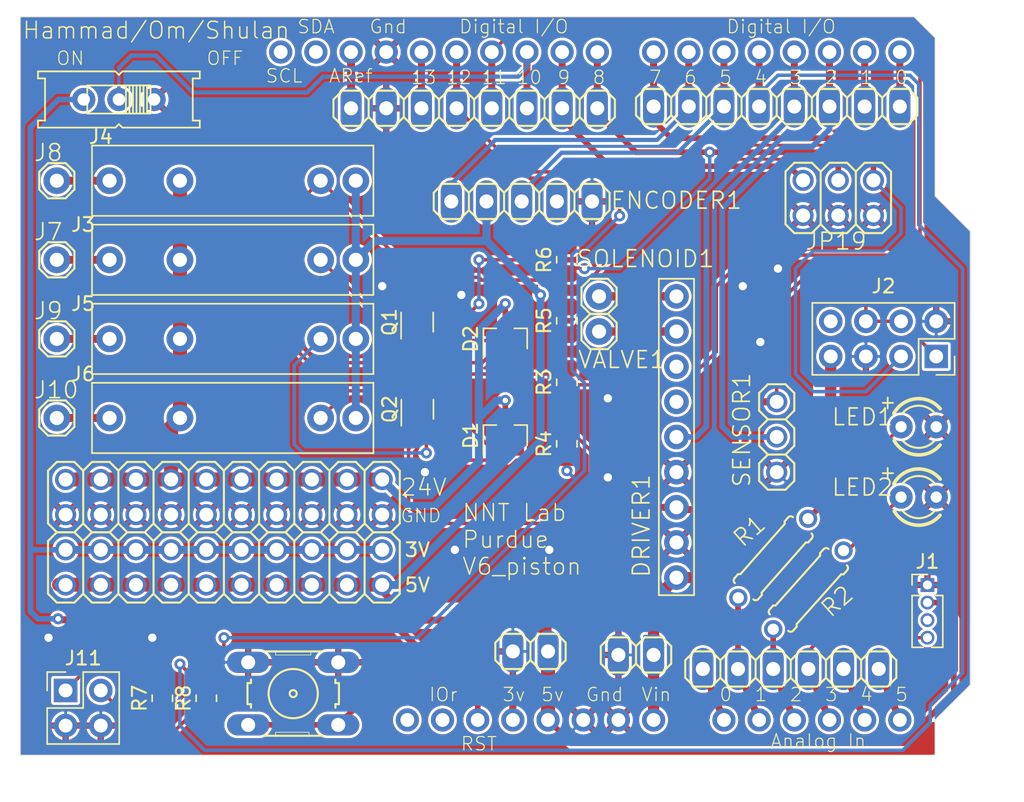
<source format=kicad_pcb>
(kicad_pcb (version 20171130) (host pcbnew "(5.1.10)-1")
  (layers (0 Top signal) (31 Bottom signal) (34 B.Paste user) (35 F.Paste user) (36 B.SilkS user) (37 F.SilkS user) (38 B.Mask user) (39 F.Mask user) (44 Edge.Cuts user))
  (net 0 "")
  (net 1 VCC)
  (net 2 12V)
  (net 3 GND)
  (net 4 D8)
  (net 5 D7)
  (net 6 /RESET)
  (net 7 /A5)
  (net 8 /A4)
  (net 9 /A3)
  (net 10 /A2)
  (net 11 /A1)
  (net 12 /AREF)
  (net 13 /SCK)
  (net 14 /RECORD)
  (net 15 /B)
  (net 16 /A)
  (net 17 /D2)
  (net 18 /D3)
  (net 19 /A0)
  (net 20 "Net-(LED1-PadA)")
  (net 21 "Net-(LED2-PadA)")
  (net 22 "Net-(DRIVER1-Pad9)")
  (net 23 "Net-(DRIVER1-Pad8)")
  (net 24 MISO)
  (net 25 MOSI)
  (net 26 /D1)
  (net 27 /D0)
  (net 28 D9)
  (net 29 3V)
  (net 30 VDD_24V)
  (net 31 "Net-(J3-Pad4)")
  (net 32 "Net-(J4-Pad4)")
  (net 33 "Net-(J5-Pad4)")
  (net 34 "Net-(J10-Pad1)")
  (net 35 "Net-(D1-Pad2)")
  (net 36 "Net-(D1-Pad1)")
  (net 37 "Net-(D2-Pad1)")
  (net 38 "Net-(D2-Pad2)")
  (net 39 "Net-(Q1-Pad5)")
  (net 40 "Net-(Q1-Pad2)")
  (net 41 "Net-(Q2-Pad2)")
  (net 42 "Net-(Q2-Pad5)")
  (net 43 "Net-(J11-Pad1)")
  (net 44 "Net-(J11-Pad2)")
  (net 45 CS)
  (module Arduino_shield:ARDUINOR3 (layer Top) (at 114.2111 131.6736)
    (fp_text reference U1 hide)
    (fp_text value ARDUINOR3-DIMENSION hide)
    (fp_line (start 0 -53.34) (end 0 0) (layer Edge.Cuts) (width 0.05))
    (fp_line (start 64.516 -53.34) (end 0 -53.34) (layer Edge.Cuts) (width 0.05))
    (fp_line (start 66.04 -51.816) (end 64.516 -53.34) (layer Edge.Cuts) (width 0.05))
    (fp_line (start 66.04 -40.386) (end 66.04 -51.816) (layer Edge.Cuts) (width 0.05))
    (fp_line (start 68.58 -37.846) (end 66.04 -40.386) (layer Edge.Cuts) (width 0.05))
    (fp_line (start 68.58 -5.08) (end 68.58 -37.846) (layer Edge.Cuts) (width 0.05))
    (fp_line (start 66.04 -2.54) (end 68.58 -5.08) (layer Edge.Cuts) (width 0.05))
    (fp_line (start 66.04 0) (end 66.04 -2.54) (layer Edge.Cuts) (width 0.05))
    (fp_line (start 0 0) (end 66.04 0) (layer Edge.Cuts) (width 0.05))
    (fp_text user IOr (at 29.4539 -3.81) (layer F.SilkS) (effects (font (size 0.9652 0.9652) (thickness 0.08128)) (justify left bottom)))
    (fp_text user SDA (at 19.939 -52.07) (layer F.SilkS) (effects (font (size 0.9652 0.9652) (thickness 0.08128)) (justify left bottom)))
    (fp_text user SCL (at 17.653 -48.514) (layer F.SilkS) (effects (font (size 0.9652 0.9652) (thickness 0.08128)) (justify left bottom)))
    (fp_text user "Digital I/O" (at 50.927 -52.07) (layer F.SilkS) (effects (font (size 0.9652 0.9652) (thickness 0.08128)) (justify left bottom)))
    (fp_text user "Digital I/O" (at 31.623 -52.07) (layer F.SilkS) (effects (font (size 0.9652 0.9652) (thickness 0.08128)) (justify left bottom)))
    (fp_text user 0 (at 64.135 -49.53) (layer F.SilkS) (effects (font (size 0.9652 0.9652) (thickness 0.08128)) (justify right top)))
    (fp_text user 1 (at 61.595 -49.53) (layer F.SilkS) (effects (font (size 0.9652 0.9652) (thickness 0.08128)) (justify right top)))
    (fp_text user 2 (at 59.055 -49.53) (layer F.SilkS) (effects (font (size 0.9652 0.9652) (thickness 0.08128)) (justify right top)))
    (fp_text user 3 (at 56.515 -49.53) (layer F.SilkS) (effects (font (size 0.9652 0.9652) (thickness 0.08128)) (justify right top)))
    (fp_text user 4 (at 53.975 -49.53) (layer F.SilkS) (effects (font (size 0.9652 0.9652) (thickness 0.08128)) (justify right top)))
    (fp_text user 5 (at 51.435 -49.53) (layer F.SilkS) (effects (font (size 0.9652 0.9652) (thickness 0.08128)) (justify right top)))
    (fp_text user 6 (at 48.895 -49.53) (layer F.SilkS) (effects (font (size 0.9652 0.9652) (thickness 0.08128)) (justify right top)))
    (fp_text user 7 (at 46.355 -49.53) (layer F.SilkS) (effects (font (size 0.9652 0.9652) (thickness 0.08128)) (justify right top)))
    (fp_text user 8 (at 42.291 -49.53) (layer F.SilkS) (effects (font (size 0.9652 0.9652) (thickness 0.08128)) (justify right top)))
    (fp_text user 9 (at 39.751 -49.53) (layer F.SilkS) (effects (font (size 0.9652 0.9652) (thickness 0.08128)) (justify right top)))
    (fp_text user 10 (at 37.719 -49.53) (layer F.SilkS) (effects (font (size 0.9652 0.9652) (thickness 0.08128)) (justify right top)))
    (fp_text user 11 (at 35.179 -49.53) (layer F.SilkS) (effects (font (size 0.9652 0.9652) (thickness 0.08128)) (justify right top)))
    (fp_text user 12 (at 32.639 -49.53) (layer F.SilkS) (effects (font (size 0.9652 0.9652) (thickness 0.08128)) (justify right top)))
    (fp_text user 13 (at 30.099 -49.53) (layer F.SilkS) (effects (font (size 0.9652 0.9652) (thickness 0.08128)) (justify right top)))
    (fp_text user Gnd (at 25.146 -52.07) (layer F.SilkS) (effects (font (size 0.9652 0.9652) (thickness 0.08128)) (justify left bottom)))
    (fp_text user ARef (at 22.225 -48.514) (layer F.SilkS) (effects (font (size 0.9652 0.9652) (thickness 0.08128)) (justify left bottom)))
    (fp_text user 5 (at 63.119 -3.81) (layer F.SilkS) (effects (font (size 0.9652 0.9652) (thickness 0.08128)) (justify left bottom)))
    (fp_text user 4 (at 60.579 -3.81) (layer F.SilkS) (effects (font (size 0.9652 0.9652) (thickness 0.08128)) (justify left bottom)))
    (fp_text user 3 (at 58.039 -3.81) (layer F.SilkS) (effects (font (size 0.9652 0.9652) (thickness 0.08128)) (justify left bottom)))
    (fp_text user 2 (at 55.499 -3.81) (layer F.SilkS) (effects (font (size 0.9652 0.9652) (thickness 0.08128)) (justify left bottom)))
    (fp_text user 1 (at 52.959 -3.81) (layer F.SilkS) (effects (font (size 0.9652 0.9652) (thickness 0.08128)) (justify left bottom)))
    (fp_text user 0 (at 50.419 -3.81) (layer F.SilkS) (effects (font (size 0.9652 0.9652) (thickness 0.08128)) (justify left bottom)))
    (fp_text user "Analog In" (at 54.1121 -0.4623) (layer F.SilkS) (effects (font (size 0.9652 0.9652) (thickness 0.08128)) (justify left bottom)))
    (fp_text user Vin (at 44.7853 -3.81) (layer F.SilkS) (effects (font (size 0.9652 0.9652) (thickness 0.08128)) (justify left bottom)))
    (fp_text user Gnd (at 40.7771 -3.81) (layer F.SilkS) (effects (font (size 0.9652 0.9652) (thickness 0.08128)) (justify left bottom)))
    (fp_text user 5v (at 37.5463 -3.81) (layer F.SilkS) (effects (font (size 0.9652 0.9652) (thickness 0.08128)) (justify left bottom)))
    (fp_text user 3v (at 34.7523 -3.81) (layer F.SilkS) (effects (font (size 0.9652 0.9652) (thickness 0.08128)) (justify left bottom)))
    (fp_text user RST (at 31.7399 -0.254) (layer F.SilkS) (effects (font (size 0.9652 0.9652) (thickness 0.08128)) (justify left bottom)))
    (pad RESERVED thru_hole circle (at 27.94 -2.54) (size 1.6764 1.6764) (drill 1) (layers *.Cu *.Mask))
    (pad IOREF thru_hole circle (at 30.48 -2.54) (size 1.6764 1.6764) (drill 1) (layers *.Cu *.Mask))
    (pad SCL thru_hole circle (at 18.796 -50.8) (size 1.6764 1.6764) (drill 1) (layers *.Cu *.Mask))
    (pad SDA thru_hole circle (at 21.336 -50.8) (size 1.6764 1.6764) (drill 1) (layers *.Cu *.Mask))
    (pad RESET thru_hole circle (at 33.02 -2.54) (size 1.6764 1.6764) (drill 1) (layers *.Cu *.Mask) (net 6 /RESET))
    (pad 3V thru_hole circle (at 35.56 -2.54) (size 1.6764 1.6764) (drill 1) (layers *.Cu *.Mask) (net 29 3V))
    (pad 5V thru_hole circle (at 38.1 -2.54) (size 1.6764 1.6764) (drill 1) (layers *.Cu *.Mask) (net 1 VCC))
    (pad GND2 thru_hole circle (at 40.64 -2.54) (size 1.6764 1.6764) (drill 1) (layers *.Cu *.Mask) (net 3 GND))
    (pad GND1 thru_hole circle (at 43.18 -2.54) (size 1.6764 1.6764) (drill 1) (layers *.Cu *.Mask) (net 3 GND))
    (pad VIN thru_hole circle (at 45.72 -2.54) (size 1.6764 1.6764) (drill 1) (layers *.Cu *.Mask) (net 2 12V))
    (pad A5 thru_hole circle (at 63.5 -2.54) (size 1.6764 1.6764) (drill 1) (layers *.Cu *.Mask) (net 7 /A5))
    (pad A4 thru_hole circle (at 60.96 -2.54) (size 1.6764 1.6764) (drill 1) (layers *.Cu *.Mask) (net 8 /A4))
    (pad A3 thru_hole circle (at 58.42 -2.54) (size 1.6764 1.6764) (drill 1) (layers *.Cu *.Mask) (net 9 /A3))
    (pad A2 thru_hole circle (at 55.88 -2.54) (size 1.6764 1.6764) (drill 1) (layers *.Cu *.Mask) (net 10 /A2))
    (pad A1 thru_hole circle (at 53.34 -2.54) (size 1.6764 1.6764) (drill 1) (layers *.Cu *.Mask) (net 11 /A1))
    (pad AREF thru_hole circle (at 23.876 -50.8) (size 1.6764 1.6764) (drill 1) (layers *.Cu *.Mask) (net 12 /AREF))
    (pad GND thru_hole circle (at 26.416 -50.8) (size 1.6764 1.6764) (drill 1) (layers *.Cu *.Mask) (net 3 GND))
    (pad D13 thru_hole circle (at 28.956 -50.8) (size 1.6764 1.6764) (drill 1) (layers *.Cu *.Mask) (net 13 /SCK))
    (pad D12 thru_hole circle (at 31.496 -50.8) (size 1.6764 1.6764) (drill 1) (layers *.Cu *.Mask) (net 24 MISO))
    (pad D11 thru_hole circle (at 34.036 -50.8) (size 1.6764 1.6764) (drill 1) (layers *.Cu *.Mask) (net 25 MOSI))
    (pad D10 thru_hole circle (at 36.576 -50.8) (size 1.6764 1.6764) (drill 1) (layers *.Cu *.Mask) (net 14 /RECORD))
    (pad D9 thru_hole circle (at 39.116 -50.8) (size 1.6764 1.6764) (drill 1) (layers *.Cu *.Mask) (net 28 D9))
    (pad D8 thru_hole circle (at 41.656 -50.8) (size 1.6764 1.6764) (drill 1) (layers *.Cu *.Mask) (net 4 D8))
    (pad D7 thru_hole circle (at 45.72 -50.8) (size 1.6764 1.6764) (drill 1) (layers *.Cu *.Mask) (net 5 D7))
    (pad D6 thru_hole circle (at 48.26 -50.8) (size 1.6764 1.6764) (drill 1) (layers *.Cu *.Mask) (net 15 /B))
    (pad D5 thru_hole circle (at 50.8 -50.8) (size 1.6764 1.6764) (drill 1) (layers *.Cu *.Mask) (net 16 /A))
    (pad D0 thru_hole circle (at 63.5 -50.8) (size 1.6764 1.6764) (drill 1) (layers *.Cu *.Mask) (net 27 /D0))
    (pad D1 thru_hole circle (at 60.96 -50.8) (size 1.6764 1.6764) (drill 1) (layers *.Cu *.Mask) (net 26 /D1))
    (pad D2 thru_hole circle (at 58.42 -50.8) (size 1.6764 1.6764) (drill 1) (layers *.Cu *.Mask) (net 17 /D2))
    (pad D3 thru_hole circle (at 55.88 -50.8) (size 1.6764 1.6764) (drill 1) (layers *.Cu *.Mask) (net 18 /D3))
    (pad A0 thru_hole circle (at 50.8 -2.54) (size 1.6764 1.6764) (drill 1) (layers *.Cu *.Mask) (net 19 /A0))
    (pad D4 thru_hole circle (at 53.34 -50.8) (size 1.6764 1.6764) (drill 1) (layers *.Cu *.Mask) (net 45 CS))
  )
  (module Arduino_shield:1X09-BIG (layer Top) (at 161.5821 108.6866 90)
    (fp_text reference DRIVER1 (at -10.2362 -1.8288 90) (layer F.SilkS) (effects (font (size 1.2065 1.2065) (thickness 0.12065)) (justify left bottom)))
    (fp_text value PINHD-1X9)
    (pad 9 thru_hole circle (at 10.16 0 180) (size 1.778 1.778) (drill 1.016) (layers *.Cu *.Mask) (net 22 "Net-(DRIVER1-Pad9)"))
    (pad 8 thru_hole circle (at 7.62 0 180) (size 1.778 1.778) (drill 1.016) (layers *.Cu *.Mask) (net 23 "Net-(DRIVER1-Pad8)"))
    (pad 7 thru_hole circle (at 5.08 0 180) (size 1.778 1.778) (drill 1.016) (layers *.Cu *.Mask))
    (pad 6 thru_hole circle (at 2.54 0 180) (size 1.778 1.778) (drill 1.016) (layers *.Cu *.Mask))
    (pad 5 thru_hole circle (at 0 0 180) (size 1.778 1.778) (drill 1.016) (layers *.Cu *.Mask) (net 18 /D3))
    (pad 4 thru_hole circle (at -2.54 0 180) (size 1.778 1.778) (drill 1.016) (layers *.Cu *.Mask) (net 3 GND))
    (pad 3 thru_hole circle (at -5.08 0 180) (size 1.778 1.778) (drill 1.016) (layers *.Cu *.Mask) (net 1 VCC))
    (pad 2 thru_hole circle (at -7.62 0 180) (size 1.778 1.778) (drill 1.016) (layers *.Cu *.Mask) (net 3 GND))
    (pad 1 thru_hole circle (at -10.16 0 180) (size 1.778 1.778) (drill 1.016) (layers *.Cu *.Mask) (net 2 12V))
  )
  (module Arduino_shield:1X01 (layer Top) (at 155.9941 101.0666)
    (fp_text reference VALVE1 (at -1.6002 2.7432) (layer F.SilkS) (effects (font (size 1.2065 1.2065) (thickness 0.12065)) (justify left bottom)))
    (fp_text value PINHD-1X1)
    (pad 1 thru_hole circle (at 0 0) (size 1.9304 1.9304) (drill 1.016) (layers *.Cu *.Mask) (net 23 "Net-(DRIVER1-Pad8)"))
  )
  (module Arduino_shield:1X01 (layer Top) (at 155.9941 98.5266)
    (fp_text reference SOLENOID1 (at -1.6891 -2.0066) (layer F.SilkS) (effects (font (size 1.2065 1.2065) (thickness 0.12065)) (justify left bottom)))
    (fp_text value PINHD-1X1)
    (pad 1 thru_hole circle (at 0 0) (size 1.9304 1.9304) (drill 1.016) (layers *.Cu *.Mask) (net 22 "Net-(DRIVER1-Pad9)"))
  )
  (module Arduino_shield:1X03 (layer Top) (at 168.8211 108.6866 270)
    (fp_text reference SENSOR1 (at 3.7084 1.8161 90) (layer F.SilkS) (effects (font (size 1.2065 1.2065) (thickness 0.12065)) (justify left bottom)))
    (fp_text value PINHD-1X3)
    (pad 3 thru_hole circle (at 2.54 0) (size 1.524 1.524) (drill 1.016) (layers *.Cu *.Mask) (net 3 GND))
    (pad 2 thru_hole circle (at 0 0) (size 1.524 1.524) (drill 1.016) (layers *.Cu *.Mask) (net 17 /D2))
    (pad 1 thru_hole circle (at -2.54 0) (size 1.524 1.524) (drill 1.016) (layers *.Cu *.Mask) (net 1 VCC))
  )
  (module Arduino_shield:LED3MM (layer Top) (at 179.07 107.95)
    (fp_text reference LED1 (at -6.35 0) (layer F.SilkS) (effects (font (size 1.2065 1.2065) (thickness 0.12065)) (justify left bottom)))
    (fp_text value LED3MM)
    (pad K thru_hole circle (at 1.27 0) (size 1.6764 1.6764) (drill 0.8128) (layers *.Cu *.Mask) (net 3 GND))
    (pad A thru_hole circle (at -1.27 0) (size 1.6764 1.6764) (drill 0.8128) (layers *.Cu *.Mask) (net 20 "Net-(LED1-PadA)"))
  )
  (module Arduino_shield:LED3MM (layer Top) (at 179.07 113.03)
    (fp_text reference LED2 (at -6.35 0) (layer F.SilkS) (effects (font (size 1.2065 1.2065) (thickness 0.12065)) (justify left bottom)))
    (fp_text value LED3MM)
    (pad K thru_hole circle (at 1.27 0) (size 1.6764 1.6764) (drill 0.8128) (layers *.Cu *.Mask) (net 3 GND))
    (pad A thru_hole circle (at -1.27 0) (size 1.6764 1.6764) (drill 0.8128) (layers *.Cu *.Mask) (net 21 "Net-(LED2-PadA)"))
  )
  (module Arduino_shield:1X05 (layer Top) (at 150.4061 91.6686 180)
    (fp_text reference ENCODER1 (at -6.35 -0.635) (layer F.SilkS) (effects (font (size 1.2065 1.2065) (thickness 0.12065)) (justify left bottom)))
    (fp_text value PINHD-1X5)
    (pad 5 thru_hole oval (at 5.08 0 270) (size 3.048 1.524) (drill 1.016) (layers *.Cu *.Mask) (net 15 /B))
    (pad 4 thru_hole oval (at 2.54 0 270) (size 3.048 1.524) (drill 1.016) (layers *.Cu *.Mask) (net 1 VCC))
    (pad 3 thru_hole oval (at 0 0 270) (size 3.048 1.524) (drill 1.016) (layers *.Cu *.Mask) (net 16 /A))
    (pad 2 thru_hole oval (at -2.54 0 270) (size 3.048 1.524) (drill 1.016) (layers *.Cu *.Mask))
    (pad 1 thru_hole oval (at -5.08 0 270) (size 3.048 1.524) (drill 1.016) (layers *.Cu *.Mask) (net 3 GND))
  )
  (module Arduino_shield:1X08 (layer Top) (at 168.8211 84.8106 180)
    (fp_text reference JP7 hide)
    (fp_text value PINHD-1X8)
    (pad 8 thru_hole oval (at 8.89 0 270) (size 3.048 1.524) (drill 1.016) (layers *.Cu *.Mask) (net 5 D7))
    (pad 7 thru_hole oval (at 6.35 0 270) (size 3.048 1.524) (drill 1.016) (layers *.Cu *.Mask) (net 15 /B))
    (pad 6 thru_hole oval (at 3.81 0 270) (size 3.048 1.524) (drill 1.016) (layers *.Cu *.Mask) (net 16 /A))
    (pad 5 thru_hole oval (at 1.27 0 270) (size 3.048 1.524) (drill 1.016) (layers *.Cu *.Mask) (net 45 CS))
    (pad 4 thru_hole oval (at -1.27 0 270) (size 3.048 1.524) (drill 1.016) (layers *.Cu *.Mask) (net 18 /D3))
    (pad 3 thru_hole oval (at -3.81 0 270) (size 3.048 1.524) (drill 1.016) (layers *.Cu *.Mask) (net 17 /D2))
    (pad 2 thru_hole oval (at -6.35 0 270) (size 3.048 1.524) (drill 1.016) (layers *.Cu *.Mask) (net 26 /D1))
    (pad 1 thru_hole oval (at -8.89 0 270) (size 3.048 1.524) (drill 1.016) (layers *.Cu *.Mask) (net 27 /D0))
  )
  (module Arduino_shield:1X02 (layer Top) (at 151.0411 124.1806 180)
    (fp_text reference JP9 hide)
    (fp_text value PINHD-1X2)
    (pad 2 thru_hole oval (at 1.27 0 270) (size 3.048 1.524) (drill 1.016) (layers *.Cu *.Mask) (net 3 GND))
    (pad 1 thru_hole oval (at -1.27 0 270) (size 3.048 1.524) (drill 1.016) (layers *.Cu *.Mask) (net 1 VCC))
  )
  (module Arduino_shield:1X02 (layer Top) (at 158.6611 124.4346 180)
    (fp_text reference JP10 hide)
    (fp_text value PINHD-1X2)
    (pad 2 thru_hole oval (at 1.27 0 270) (size 3.048 1.524) (drill 1.016) (layers *.Cu *.Mask) (net 3 GND))
    (pad 1 thru_hole oval (at -1.27 0 270) (size 3.048 1.524) (drill 1.016) (layers *.Cu *.Mask) (net 2 12V))
  )
  (module Arduino_shield:1X08 (layer Top) (at 146.9771 84.9376 180)
    (fp_text reference JP8 hide)
    (fp_text value PINHD-1X8)
    (pad 8 thru_hole oval (at 8.89 0 270) (size 3.048 1.524) (drill 1.016) (layers *.Cu *.Mask) (net 12 /AREF))
    (pad 7 thru_hole oval (at 6.35 0 270) (size 3.048 1.524) (drill 1.016) (layers *.Cu *.Mask) (net 3 GND))
    (pad 6 thru_hole oval (at 3.81 0 270) (size 3.048 1.524) (drill 1.016) (layers *.Cu *.Mask) (net 13 /SCK))
    (pad 5 thru_hole oval (at 1.27 0 270) (size 3.048 1.524) (drill 1.016) (layers *.Cu *.Mask) (net 24 MISO))
    (pad 4 thru_hole oval (at -1.27 0 270) (size 3.048 1.524) (drill 1.016) (layers *.Cu *.Mask) (net 25 MOSI))
    (pad 3 thru_hole oval (at -3.81 0 270) (size 3.048 1.524) (drill 1.016) (layers *.Cu *.Mask) (net 14 /RECORD))
    (pad 2 thru_hole oval (at -6.35 0 270) (size 3.048 1.524) (drill 1.016) (layers *.Cu *.Mask) (net 28 D9))
    (pad 1 thru_hole oval (at -8.89 0 270) (size 3.048 1.524) (drill 1.016) (layers *.Cu *.Mask) (net 4 D8))
  )
  (module Arduino_shield:1X06 (layer Top) (at 169.8371 125.4506)
    (fp_text reference JP11 hide)
    (fp_text value PINHD-1X6)
    (pad 6 thru_hole oval (at 6.35 0 90) (size 3.048 1.524) (drill 1.016) (layers *.Cu *.Mask) (net 7 /A5))
    (pad 5 thru_hole oval (at 3.81 0 90) (size 3.048 1.524) (drill 1.016) (layers *.Cu *.Mask) (net 8 /A4))
    (pad 4 thru_hole oval (at 1.27 0 90) (size 3.048 1.524) (drill 1.016) (layers *.Cu *.Mask) (net 9 /A3))
    (pad 3 thru_hole oval (at -1.27 0 90) (size 3.048 1.524) (drill 1.016) (layers *.Cu *.Mask) (net 10 /A2))
    (pad 2 thru_hole oval (at -3.81 0 90) (size 3.048 1.524) (drill 1.016) (layers *.Cu *.Mask) (net 11 /A1))
    (pad 1 thru_hole oval (at -6.35 0 90) (size 3.048 1.524) (drill 1.016) (layers *.Cu *.Mask) (net 19 /A0))
  )
  (module Arduino_shield:2X10 (layer Top) (at 128.905 113.03)
    (fp_text reference JP17 hide)
    (fp_text value PINHD-2X10)
    (pad 20 thru_hole circle (at 11.43 -1.27) (size 1.524 1.524) (drill 1.016) (layers *.Cu *.Mask) (net 30 VDD_24V))
    (pad 19 thru_hole circle (at 11.43 1.27) (size 1.524 1.524) (drill 1.016) (layers *.Cu *.Mask) (net 3 GND))
    (pad 18 thru_hole circle (at 8.89 -1.27) (size 1.524 1.524) (drill 1.016) (layers *.Cu *.Mask) (net 30 VDD_24V))
    (pad 17 thru_hole circle (at 8.89 1.27) (size 1.524 1.524) (drill 1.016) (layers *.Cu *.Mask) (net 3 GND))
    (pad 16 thru_hole circle (at 6.35 -1.27) (size 1.524 1.524) (drill 1.016) (layers *.Cu *.Mask) (net 30 VDD_24V))
    (pad 15 thru_hole circle (at 6.35 1.27) (size 1.524 1.524) (drill 1.016) (layers *.Cu *.Mask) (net 3 GND))
    (pad 14 thru_hole circle (at 3.81 -1.27) (size 1.524 1.524) (drill 1.016) (layers *.Cu *.Mask) (net 30 VDD_24V))
    (pad 13 thru_hole circle (at 3.81 1.27) (size 1.524 1.524) (drill 1.016) (layers *.Cu *.Mask) (net 3 GND))
    (pad 12 thru_hole circle (at 1.27 -1.27) (size 1.524 1.524) (drill 1.016) (layers *.Cu *.Mask) (net 30 VDD_24V))
    (pad 11 thru_hole circle (at 1.27 1.27) (size 1.524 1.524) (drill 1.016) (layers *.Cu *.Mask) (net 3 GND))
    (pad 10 thru_hole circle (at -1.27 -1.27) (size 1.524 1.524) (drill 1.016) (layers *.Cu *.Mask) (net 30 VDD_24V))
    (pad 9 thru_hole circle (at -1.27 1.27) (size 1.524 1.524) (drill 1.016) (layers *.Cu *.Mask) (net 3 GND))
    (pad 8 thru_hole circle (at -3.81 -1.27) (size 1.524 1.524) (drill 1.016) (layers *.Cu *.Mask) (net 30 VDD_24V))
    (pad 7 thru_hole circle (at -3.81 1.27) (size 1.524 1.524) (drill 1.016) (layers *.Cu *.Mask) (net 3 GND))
    (pad 6 thru_hole circle (at -6.35 -1.27) (size 1.524 1.524) (drill 1.016) (layers *.Cu *.Mask) (net 30 VDD_24V))
    (pad 5 thru_hole circle (at -6.35 1.27) (size 1.524 1.524) (drill 1.016) (layers *.Cu *.Mask) (net 3 GND))
    (pad 4 thru_hole circle (at -8.89 -1.27) (size 1.524 1.524) (drill 1.016) (layers *.Cu *.Mask) (net 30 VDD_24V))
    (pad 3 thru_hole circle (at -8.89 1.27) (size 1.524 1.524) (drill 1.016) (layers *.Cu *.Mask) (net 3 GND))
    (pad 2 thru_hole circle (at -11.43 -1.27) (size 1.524 1.524) (drill 1.016) (layers *.Cu *.Mask) (net 30 VDD_24V))
    (pad 1 thru_hole circle (at -11.43 1.27) (size 1.524 1.524) (drill 1.016) (layers *.Cu *.Mask) (net 3 GND))
  )
  (module Arduino_shield:2X03 (layer Top) (at 173.2661 91.4146)
    (fp_text reference JP19 (at -2.4511 3.8354) (layer F.SilkS) (effects (font (size 1.2065 1.2065) (thickness 0.12065)) (justify left bottom)))
    (fp_text value PINHD-2X3)
    (pad 6 thru_hole circle (at 2.54 -1.27) (size 1.524 1.524) (drill 1.016) (layers *.Cu *.Mask) (net 5 D7))
    (pad 5 thru_hole circle (at 2.54 1.27) (size 1.524 1.524) (drill 1.016) (layers *.Cu *.Mask) (net 3 GND))
    (pad 4 thru_hole circle (at 0 -1.27) (size 1.524 1.524) (drill 1.016) (layers *.Cu *.Mask) (net 4 D8))
    (pad 3 thru_hole circle (at 0 1.27) (size 1.524 1.524) (drill 1.016) (layers *.Cu *.Mask) (net 3 GND))
    (pad 2 thru_hole circle (at -2.54 -1.27) (size 1.524 1.524) (drill 1.016) (layers *.Cu *.Mask) (net 28 D9))
    (pad 1 thru_hole circle (at -2.54 1.27) (size 1.524 1.524) (drill 1.016) (layers *.Cu *.Mask) (net 3 GND))
  )
  (module Arduino_shield:0207_7 (layer Top) (at 168.5671 117.4496 228.6)
    (fp_text reference R1 (at 0.995701 2.051205 221.4) (layer F.SilkS) (effects (font (size 1.2065 1.2065) (thickness 0.12065)) (justify left bottom)))
    (fp_text value R-EU_0207_7)
    (pad 2 thru_hole circle (at 3.81 0 228.6) (size 1.3208 1.3208) (drill 0.8128) (layers *.Cu *.Mask) (net 11 /A1))
    (pad 1 thru_hole circle (at -3.81 0 228.6) (size 1.3208 1.3208) (drill 0.8128) (layers *.Cu *.Mask) (net 20 "Net-(LED1-PadA)"))
  )
  (module Arduino_shield:0207_7 (layer Top) (at 171.1071 119.7356 228.2)
    (fp_text reference R2 (at 0.553368 -2.658352 221.8) (layer F.SilkS) (effects (font (size 1.2065 1.2065) (thickness 0.12065)) (justify left bottom)))
    (fp_text value R-EU_0207_7)
    (pad 2 thru_hole circle (at 3.81 0 228.2) (size 1.3208 1.3208) (drill 0.8128) (layers *.Cu *.Mask) (net 10 /A2))
    (pad 1 thru_hole circle (at -3.81 0 228.2) (size 1.3208 1.3208) (drill 0.8128) (layers *.Cu *.Mask) (net 21 "Net-(LED2-PadA)"))
  )
  (module Arduino_shield:EG1218 (layer Top) (at 121.3231 84.3026 180)
    (fp_text reference S1 hide)
    (fp_text value EG1218S hide)
    (pad S thru_hole circle (at 2.54 0 180) (size 1.6764 1.6764) (drill 0.9) (layers *.Cu *.Mask) (net 29 3V))
    (pad O thru_hole circle (at -2.54 0 180) (size 1.6764 1.6764) (drill 0.9) (layers *.Cu *.Mask) (net 3 GND))
    (pad P thru_hole circle (at 0 0 180) (size 1.6764 1.6764) (drill 0.9) (layers *.Cu *.Mask) (net 14 /RECORD))
  )
  (module Arduino_shield:B3F-10XX (layer Top) (at 133.9088 127.2286)
    (fp_text reference S2 hide)
    (fp_text value 10-XX)
    (pad 4 thru_hole oval (at 3.2512 2.2606) (size 3.048 1.524) (drill 1.016) (layers *.Cu *.Mask) (net 6 /RESET))
    (pad 2 thru_hole oval (at 3.2512 -2.2606) (size 3.048 1.524) (drill 1.016) (layers *.Cu *.Mask) (net 3 GND))
    (pad 3 thru_hole oval (at -3.2512 2.2606) (size 3.048 1.524) (drill 1.016) (layers *.Cu *.Mask) (net 6 /RESET))
    (pad 1 thru_hole oval (at -3.2512 -2.2606) (size 3.048 1.524) (drill 1.016) (layers *.Cu *.Mask) (net 3 GND))
  )
  (module Connector_PinSocket_2.54mm:PinSocket_2x04_P2.54mm_Vertical (layer Top) (at 180.34 102.87 270)
    (fp_text reference J2 (at -5.08 3.81) (layer F.SilkS))
    (fp_text value Conn_02x04_Odd_Even)
    (pad 1 thru_hole rect (at 0 0 270) (size 1.7 1.7) (drill 1) (layers *.Cu *.Mask) (net 25 MOSI))
    (pad 2 thru_hole oval (at -2.54 0 270) (size 1.7 1.7) (drill 1) (layers *.Cu *.Mask) (net 3 GND))
    (pad 3 thru_hole oval (at 0 2.54 270) (size 1.7 1.7) (drill 1) (layers *.Cu *.Mask) (net 5 D7))
    (pad 4 thru_hole oval (at -2.54 2.54 270) (size 1.7 1.7) (drill 1) (layers *.Cu *.Mask) (net 1 VCC))
    (pad 5 thru_hole oval (at 0 5.08 270) (size 1.7 1.7) (drill 1) (layers *.Cu *.Mask) (net 3 GND))
    (pad 6 thru_hole oval (at -2.54 5.08 270) (size 1.7 1.7) (drill 1) (layers *.Cu *.Mask) (net 1 VCC))
    (pad 7 thru_hole oval (at 0 7.62 270) (size 1.7 1.7) (drill 1) (layers *.Cu *.Mask) (net 2 12V))
    (pad 8 thru_hole oval (at -2.54 7.62 270) (size 1.7 1.7) (drill 1) (layers *.Cu *.Mask))
  )
  (module custom:power_relay_PA-N (layer Top) (at 119.38 90.17 270)
    (fp_text reference J4 (at -3.175 -0.635 180) (layer F.SilkS))
    (fp_text value Conn_01x04_Male)
    (pad 4 thru_hole circle (at 0 -1.27 270) (size 1.9304 1.9304) (drill 1.016) (layers *.Cu *.Mask) (net 32 "Net-(J4-Pad4)"))
    (pad 3 thru_hole circle (at 0 -6.35 270) (size 1.9304 1.9304) (drill 1.016) (layers *.Cu *.Mask) (net 30 VDD_24V))
    (pad 2 thru_hole circle (at 0 -16.51 270) (size 1.9304 1.9304) (drill 1.016) (layers *.Cu *.Mask) (net 37 "Net-(D2-Pad1)"))
    (pad 1 thru_hole circle (at 0 -19.05 270) (size 1.9304 1.9304) (drill 1.016) (layers *.Cu *.Mask) (net 1 VCC))
  )
  (module custom:power_relay_PA-N (layer Top) (at 119.38 101.6 270)
    (fp_text reference J5 (at -2.54 0.635 180) (layer F.SilkS))
    (fp_text value Conn_01x04_Male)
    (pad 1 thru_hole circle (at 0 -19.05 270) (size 1.9304 1.9304) (drill 1.016) (layers *.Cu *.Mask) (net 1 VCC))
    (pad 2 thru_hole circle (at 0 -16.51 270) (size 1.9304 1.9304) (drill 1.016) (layers *.Cu *.Mask) (net 35 "Net-(D1-Pad2)"))
    (pad 3 thru_hole circle (at 0 -6.35 270) (size 1.9304 1.9304) (drill 1.016) (layers *.Cu *.Mask) (net 30 VDD_24V))
    (pad 4 thru_hole circle (at 0 -1.27 270) (size 1.9304 1.9304) (drill 1.016) (layers *.Cu *.Mask) (net 33 "Net-(J5-Pad4)"))
  )
  (module custom:power_relay_PA-N (layer Top) (at 119.38 107.315 270)
    (fp_text reference J6 (at -3.175 0.635 180) (layer F.SilkS))
    (fp_text value Conn_01x04_Male)
    (pad 4 thru_hole circle (at 0 -1.27 270) (size 1.9304 1.9304) (drill 1.016) (layers *.Cu *.Mask) (net 34 "Net-(J10-Pad1)"))
    (pad 3 thru_hole circle (at 0 -6.35 270) (size 1.9304 1.9304) (drill 1.016) (layers *.Cu *.Mask) (net 30 VDD_24V))
    (pad 2 thru_hole circle (at 0 -16.51 270) (size 1.9304 1.9304) (drill 1.016) (layers *.Cu *.Mask) (net 36 "Net-(D1-Pad1)"))
    (pad 1 thru_hole circle (at 0 -19.05 270) (size 1.9304 1.9304) (drill 1.016) (layers *.Cu *.Mask) (net 1 VCC))
  )
  (module Arduino_shield:2X10 (layer Top) (at 128.905 118.11)
    (fp_text reference JP16 hide)
    (fp_text value PINHD-2X10)
    (pad 20 thru_hole circle (at 11.43 -1.27) (size 1.524 1.524) (drill 1.016) (layers *.Cu *.Mask) (net 29 3V))
    (pad 19 thru_hole circle (at 11.43 1.27) (size 1.524 1.524) (drill 1.016) (layers *.Cu *.Mask) (net 1 VCC))
    (pad 18 thru_hole circle (at 8.89 -1.27) (size 1.524 1.524) (drill 1.016) (layers *.Cu *.Mask) (net 29 3V))
    (pad 17 thru_hole circle (at 8.89 1.27) (size 1.524 1.524) (drill 1.016) (layers *.Cu *.Mask) (net 1 VCC))
    (pad 16 thru_hole circle (at 6.35 -1.27) (size 1.524 1.524) (drill 1.016) (layers *.Cu *.Mask) (net 29 3V))
    (pad 15 thru_hole circle (at 6.35 1.27) (size 1.524 1.524) (drill 1.016) (layers *.Cu *.Mask) (net 1 VCC))
    (pad 14 thru_hole circle (at 3.81 -1.27) (size 1.524 1.524) (drill 1.016) (layers *.Cu *.Mask) (net 29 3V))
    (pad 13 thru_hole circle (at 3.81 1.27) (size 1.524 1.524) (drill 1.016) (layers *.Cu *.Mask) (net 1 VCC))
    (pad 12 thru_hole circle (at 1.27 -1.27) (size 1.524 1.524) (drill 1.016) (layers *.Cu *.Mask) (net 29 3V))
    (pad 11 thru_hole circle (at 1.27 1.27) (size 1.524 1.524) (drill 1.016) (layers *.Cu *.Mask) (net 1 VCC))
    (pad 10 thru_hole circle (at -1.27 -1.27) (size 1.524 1.524) (drill 1.016) (layers *.Cu *.Mask) (net 29 3V))
    (pad 9 thru_hole circle (at -1.27 1.27) (size 1.524 1.524) (drill 1.016) (layers *.Cu *.Mask) (net 1 VCC))
    (pad 8 thru_hole circle (at -3.81 -1.27) (size 1.524 1.524) (drill 1.016) (layers *.Cu *.Mask) (net 29 3V))
    (pad 7 thru_hole circle (at -3.81 1.27) (size 1.524 1.524) (drill 1.016) (layers *.Cu *.Mask) (net 1 VCC))
    (pad 6 thru_hole circle (at -6.35 -1.27) (size 1.524 1.524) (drill 1.016) (layers *.Cu *.Mask) (net 29 3V))
    (pad 5 thru_hole circle (at -6.35 1.27) (size 1.524 1.524) (drill 1.016) (layers *.Cu *.Mask) (net 1 VCC))
    (pad 4 thru_hole circle (at -8.89 -1.27) (size 1.524 1.524) (drill 1.016) (layers *.Cu *.Mask) (net 29 3V))
    (pad 3 thru_hole circle (at -8.89 1.27) (size 1.524 1.524) (drill 1.016) (layers *.Cu *.Mask) (net 1 VCC))
    (pad 2 thru_hole circle (at -11.43 -1.27) (size 1.524 1.524) (drill 1.016) (layers *.Cu *.Mask) (net 29 3V))
    (pad 1 thru_hole circle (at -11.43 1.27) (size 1.524 1.524) (drill 1.016) (layers *.Cu *.Mask) (net 1 VCC))
  )
  (module custom:power_relay_PA-N (layer Top) (at 119.38 95.885 270)
    (fp_text reference J3 (at -2.54 0.635 180) (layer F.SilkS))
    (fp_text value Conn_01x04_Male)
    (pad 1 thru_hole circle (at 0 -19.05 270) (size 1.9304 1.9304) (drill 1.016) (layers *.Cu *.Mask) (net 1 VCC))
    (pad 2 thru_hole circle (at 0 -16.51 270) (size 1.9304 1.9304) (drill 1.016) (layers *.Cu *.Mask) (net 38 "Net-(D2-Pad2)"))
    (pad 3 thru_hole circle (at 0 -6.35 270) (size 1.9304 1.9304) (drill 1.016) (layers *.Cu *.Mask) (net 30 VDD_24V))
    (pad 4 thru_hole circle (at 0 -1.27 270) (size 1.9304 1.9304) (drill 1.016) (layers *.Cu *.Mask) (net 31 "Net-(J3-Pad4)"))
  )
  (module Arduino_shield:1X01 (layer Top) (at 116.84 95.885)
    (fp_text reference J7 (at -1.7272 -1.3208) (layer F.SilkS) (effects (font (size 1.2065 1.2065) (thickness 0.12065)) (justify left bottom)))
    (fp_text value Conn_01x01_Male)
    (pad 1 thru_hole circle (at 0 0) (size 1.9304 1.9304) (drill 1.016) (layers *.Cu *.Mask) (net 31 "Net-(J3-Pad4)"))
  )
  (module Arduino_shield:1X01 (layer Top) (at 116.84 90.17)
    (fp_text reference J8 (at -1.7272 -1.3208) (layer F.SilkS) (effects (font (size 1.2065 1.2065) (thickness 0.12065)) (justify left bottom)))
    (fp_text value Conn_01x01_Male)
    (pad 1 thru_hole circle (at 0 0) (size 1.9304 1.9304) (drill 1.016) (layers *.Cu *.Mask) (net 32 "Net-(J4-Pad4)"))
  )
  (module Arduino_shield:1X01 (layer Top) (at 116.84 101.6)
    (fp_text reference J9 (at -1.7272 -1.3208) (layer F.SilkS) (effects (font (size 1.2065 1.2065) (thickness 0.12065)) (justify left bottom)))
    (fp_text value Conn_01x01_Male)
    (pad 1 thru_hole circle (at 0 0) (size 1.9304 1.9304) (drill 1.016) (layers *.Cu *.Mask) (net 33 "Net-(J5-Pad4)"))
  )
  (module Arduino_shield:1X01 (layer Top) (at 116.84 107.315)
    (fp_text reference J10 (at -1.7272 -1.3208) (layer F.SilkS) (effects (font (size 1.2065 1.2065) (thickness 0.12065)) (justify left bottom)))
    (fp_text value Conn_01x01_Male)
    (pad 1 thru_hole circle (at 0 0) (size 1.9304 1.9304) (drill 1.016) (layers *.Cu *.Mask) (net 34 "Net-(J10-Pad1)"))
  )
  (module Package_TO_SOT_SMD:SOT-23 (layer Top) (at 149.225 108.585 90)
    (fp_text reference D1 (at 0 -2.5 90) (layer F.SilkS))
    (fp_text value BAT54C)
    (pad 3 smd rect (at 1 0 90) (size 0.9 0.8) (layers Top F.Paste F.Mask) (net 30 VDD_24V))
    (pad 2 smd rect (at -1 0.95 90) (size 0.9 0.8) (layers Top F.Paste F.Mask) (net 35 "Net-(D1-Pad2)"))
    (pad 1 smd rect (at -1 -0.95 90) (size 0.9 0.8) (layers Top F.Paste F.Mask) (net 36 "Net-(D1-Pad1)"))
  )
  (module Package_TO_SOT_SMD:SOT-23 (layer Top) (at 149.225 101.6 90)
    (fp_text reference D2 (at 0 -2.5 90) (layer F.SilkS))
    (fp_text value BAT54C)
    (pad 1 smd rect (at -1 -0.95 90) (size 0.9 0.8) (layers Top F.Paste F.Mask) (net 37 "Net-(D2-Pad1)"))
    (pad 2 smd rect (at -1 0.95 90) (size 0.9 0.8) (layers Top F.Paste F.Mask) (net 38 "Net-(D2-Pad2)"))
    (pad 3 smd rect (at 1 0 90) (size 0.9 0.8) (layers Top F.Paste F.Mask) (net 30 VDD_24V))
  )
  (module Package_TO_SOT_SMD:SOT-363_SC-70-6_Handsoldering (layer Top) (at 142.86 100.39 90)
    (fp_text reference Q1 (at 0 -2 90) (layer F.SilkS))
    (fp_text value Q_DUAL_NPN_NPN_BRT_E1B1C2E2B2C1)
    (pad 6 smd rect (at 1.33 -0.65 90) (size 1.5 0.4) (layers Top F.Paste F.Mask) (net 37 "Net-(D2-Pad1)"))
    (pad 5 smd rect (at 1.33 0 90) (size 1.5 0.4) (layers Top F.Paste F.Mask) (net 39 "Net-(Q1-Pad5)"))
    (pad 4 smd rect (at 1.33 0.65 90) (size 1.5 0.4) (layers Top F.Paste F.Mask) (net 3 GND))
    (pad 3 smd rect (at -1.33 0.65 90) (size 1.5 0.4) (layers Top F.Paste F.Mask) (net 38 "Net-(D2-Pad2)"))
    (pad 2 smd rect (at -1.33 0 90) (size 1.5 0.4) (layers Top F.Paste F.Mask) (net 40 "Net-(Q1-Pad2)"))
    (pad 1 smd rect (at -1.33 -0.65 90) (size 1.5 0.4) (layers Top F.Paste F.Mask) (net 3 GND))
  )
  (module Package_TO_SOT_SMD:SOT-363_SC-70-6_Handsoldering (layer Top) (at 142.875 106.68 90)
    (fp_text reference Q2 (at 0 -2 90) (layer F.SilkS))
    (fp_text value Q_DUAL_NPN_NPN_BRT_E1B1C2E2B2C1)
    (pad 1 smd rect (at -1.33 -0.65 90) (size 1.5 0.4) (layers Top F.Paste F.Mask) (net 3 GND))
    (pad 2 smd rect (at -1.33 0 90) (size 1.5 0.4) (layers Top F.Paste F.Mask) (net 41 "Net-(Q2-Pad2)"))
    (pad 3 smd rect (at -1.33 0.65 90) (size 1.5 0.4) (layers Top F.Paste F.Mask) (net 35 "Net-(D1-Pad2)"))
    (pad 4 smd rect (at 1.33 0.65 90) (size 1.5 0.4) (layers Top F.Paste F.Mask) (net 3 GND))
    (pad 5 smd rect (at 1.33 0 90) (size 1.5 0.4) (layers Top F.Paste F.Mask) (net 42 "Net-(Q2-Pad5)"))
    (pad 6 smd rect (at 1.33 -0.65 90) (size 1.5 0.4) (layers Top F.Paste F.Mask) (net 36 "Net-(D1-Pad1)"))
  )
  (module Connector_PinHeader_2.54mm:PinHeader_2x02_P2.54mm_Vertical (layer Top) (at 117.475 127)
    (fp_text reference J11 (at 1.27 -2.33) (layer F.SilkS))
    (fp_text value Conn_02x02_Odd_Even)
    (pad 1 thru_hole rect (at 0 0) (size 1.7 1.7) (drill 1) (layers *.Cu *.Mask) (net 43 "Net-(J11-Pad1)"))
    (pad 2 thru_hole oval (at 2.54 0) (size 1.7 1.7) (drill 1) (layers *.Cu *.Mask) (net 44 "Net-(J11-Pad2)"))
    (pad 3 thru_hole oval (at 0 2.54) (size 1.7 1.7) (drill 1) (layers *.Cu *.Mask) (net 3 GND))
    (pad 4 thru_hole oval (at 2.54 2.54) (size 1.7 1.7) (drill 1) (layers *.Cu *.Mask) (net 3 GND))
  )
  (module Connector_PinHeader_1.27mm:PinHeader_1x04_P1.27mm_Vertical (layer Top) (at 179.705 119.38)
    (fp_text reference J1 (at 0 -1.695) (layer F.SilkS))
    (fp_text value Conn_01x04_Male)
    (pad 1 thru_hole rect (at 0 0) (size 1 1) (drill 0.65) (layers *.Cu *.Mask) (net 3 GND))
    (pad 2 thru_hole oval (at 0 1.27) (size 1 1) (drill 0.65) (layers *.Cu *.Mask) (net 1 VCC))
    (pad 3 thru_hole oval (at 0 2.54) (size 1 1) (drill 0.65) (layers *.Cu *.Mask))
    (pad 4 thru_hole oval (at 0 3.81) (size 1 1) (drill 0.65) (layers *.Cu *.Mask) (net 9 /A3))
  )
  (module Resistor_SMD:R_0805_2012Metric_Pad1.20x1.40mm_HandSolder (layer Top) (at 153.67 104.7375 90)
    (fp_text reference R3 (at 0 -1.65 90) (layer F.SilkS))
    (fp_text value R)
    (pad 2 smd roundrect (at 1 0 90) (size 1.2 1.4) (layers Top F.Paste F.Mask) (roundrect_rratio 0.2083325) (net 42 "Net-(Q2-Pad5)"))
    (pad 1 smd roundrect (at -1 0 90) (size 1.2 1.4) (layers Top F.Paste F.Mask) (roundrect_rratio 0.2083325) (net 25 MOSI))
  )
  (module Resistor_SMD:R_0805_2012Metric_Pad1.20x1.40mm_HandSolder (layer Top) (at 153.67 109.1825 90)
    (fp_text reference R4 (at 0 -1.65 90) (layer F.SilkS))
    (fp_text value R)
    (pad 1 smd roundrect (at -1 0 90) (size 1.2 1.4) (layers Top F.Paste F.Mask) (roundrect_rratio 0.2083325) (net 24 MISO))
    (pad 2 smd roundrect (at 1 0 90) (size 1.2 1.4) (layers Top F.Paste F.Mask) (roundrect_rratio 0.2083325) (net 41 "Net-(Q2-Pad2)"))
  )
  (module Resistor_SMD:R_0805_2012Metric_Pad1.20x1.40mm_HandSolder (layer Top) (at 153.67 100.2925 90)
    (fp_text reference R5 (at 0 -1.65 90) (layer F.SilkS))
    (fp_text value R)
    (pad 2 smd roundrect (at 1 0 90) (size 1.2 1.4) (layers Top F.Paste F.Mask) (roundrect_rratio 0.2083325) (net 39 "Net-(Q1-Pad5)"))
    (pad 1 smd roundrect (at -1 0 90) (size 1.2 1.4) (layers Top F.Paste F.Mask) (roundrect_rratio 0.2083325) (net 28 D9))
  )
  (module Resistor_SMD:R_0805_2012Metric_Pad1.20x1.40mm_HandSolder (layer Top) (at 153.67 95.885 90)
    (fp_text reference R6 (at 0 -1.65 90) (layer F.SilkS))
    (fp_text value R)
    (pad 1 smd roundrect (at -1 0 90) (size 1.2 1.4) (layers Top F.Paste F.Mask) (roundrect_rratio 0.2083325) (net 4 D8))
    (pad 2 smd roundrect (at 1 0 90) (size 1.2 1.4) (layers Top F.Paste F.Mask) (roundrect_rratio 0.2083325) (net 40 "Net-(Q1-Pad2)"))
  )
  (module Resistor_SMD:R_0805_2012Metric_Pad1.20x1.40mm_HandSolder (layer Top) (at 124.46 127.564999 90)
    (fp_text reference R7 (at 0 -1.65 90) (layer F.SilkS))
    (fp_text value R)
    (pad 2 smd roundrect (at 1 0 90) (size 1.2 1.4) (layers Top F.Paste F.Mask) (roundrect_rratio 0.2083325) (net 43 "Net-(J11-Pad1)"))
    (pad 1 smd roundrect (at -1 0 90) (size 1.2 1.4) (layers Top F.Paste F.Mask) (roundrect_rratio 0.2083325) (net 45 CS))
  )
  (module Resistor_SMD:R_0805_2012Metric_Pad1.20x1.40mm_HandSolder (layer Top) (at 127.635 127.564999 90)
    (fp_text reference R8 (at 0 -1.65 90) (layer F.SilkS))
    (fp_text value R)
    (pad 1 smd roundrect (at -1 0 90) (size 1.2 1.4) (layers Top F.Paste F.Mask) (roundrect_rratio 0.2083325) (net 24 MISO))
    (pad 2 smd roundrect (at 1 0 90) (size 1.2 1.4) (layers Top F.Paste F.Mask) (roundrect_rratio 0.2083325) (net 44 "Net-(J11-Pad2)"))
  )
  (gr_text 3V (at 142.875 116.84) (layer F.SilkS) (effects (font (size 1 1))))
  (gr_text 5V (at 142.875 119.38) (layer F.SilkS) (effects (font (size 1 1))))
  (gr_text Hammad/Om/Shulan (at 114.3 80.01) (layer F.SilkS) (effects (font (size 1.2065 1.2065) (thickness 0.1016)) (justify left bottom)))
  (gr_text "NNT Lab\nPurdue \nV6_piston" (at 146.05 118.745) (layer F.SilkS) (effects (font (size 1.2065 1.2065) (thickness 0.1016)) (justify left bottom)))
  (gr_text "ON            OFF" (at 116.7511 81.8896) (layer F.SilkS) (effects (font (size 0.9652 0.9652) (thickness 0.08128)) (justify left bottom)))
  (gr_text GND (at 141.605 114.935) (layer F.SilkS) (effects (font (size 0.9652 0.9652) (thickness 0.08128)) (justify left bottom)))
  (gr_text 24V (at 141.605 113.03) (layer F.SilkS) (effects (font (size 1.2065 1.2065) (thickness 0.1016)) (justify left bottom)))
  (via (at 149.225 106.045) (size 0.8) (drill 0.4) (layers Top Bottom) (net 30))
  (via (at 151.765 98.425) (size 0.8) (drill 0.4) (layers Top Bottom) (net 1))
  (segment (start 117.0051 119.3546) (end 140.6271 119.3546) (width 1.016) (layer Top) (net 1))
  (segment (start 152.3111 124.1806) (end 152.3111 121.5136) (width 0.508) (layer Top) (net 1))
  (segment (start 152.3111 121.5136) (end 160.0581 113.7666) (width 0.508) (layer Top) (net 1))
  (segment (start 160.0581 113.7666) (end 161.5821 113.7666) (width 0.508) (layer Top) (net 1))
  (segment (start 161.5821 113.7666) (end 161.750187 113.934688) (width 0.508) (layer Top) (net 1))
  (segment (start 117.0051 119.3546) (end 116.8273 119.3546) (width 0.4064) (layer Bottom) (net 1))
  (segment (start 152.3111 124.1806) (end 152.3111 129.1336) (width 1.016) (layer Top) (net 1))
  (segment (start 167.8051 106.1466) (end 168.8211 106.1466) (width 0.508) (layer Top) (net 1))
  (segment (start 165.3286 113.934688) (end 161.750187 113.934688) (width 0.508) (layer Top) (net 1))
  (segment (start 166.5351 112.728188) (end 166.5351 107.4166) (width 0.508) (layer Top) (net 1))
  (segment (start 166.5351 107.4166) (end 167.8051 106.1466) (width 0.508) (layer Top) (net 1))
  (segment (start 166.5351 112.728188) (end 165.3286 113.934688) (width 0.508) (layer Top) (net 1))
  (segment (start 175.26 99.06) (end 175.26 100.33) (width 0.25) (layer Top) (net 1))
  (segment (start 172.72 96.52) (end 175.26 99.06) (width 0.25) (layer Top) (net 1))
  (segment (start 171.45 96.52) (end 172.72 96.52) (width 0.25) (layer Top) (net 1))
  (segment (start 168.8211 99.1489) (end 171.45 96.52) (width 0.25) (layer Top) (net 1))
  (segment (start 168.8211 106.1466) (end 168.8211 99.1489) (width 0.25) (layer Top) (net 1))
  (segment (start 175.26 100.33) (end 177.8 100.33) (width 0.25) (layer Top) (net 1))
  (segment (start 137.16 119.1895) (end 137.3251 119.3546) (width 0.25) (layer Top) (net 1))
  (segment (start 134.62 119.1895) (end 134.7851 119.3546) (width 0.25) (layer Top) (net 1))
  (segment (start 152.3111 124.1806) (end 152.3111 124.3711) (width 0.25) (layer Bottom) (net 1))
  (segment (start 152.3111 124.1806) (end 152.3111 123.1011) (width 0.25) (layer Top) (net 1))
  (segment (start 142.4305 121.92) (end 139.8651 119.3546) (width 0.508) (layer Top) (net 1))
  (segment (start 151.13 121.92) (end 142.4305 121.92) (width 0.508) (layer Top) (net 1))
  (segment (start 152.3111 123.1011) (end 151.13 121.92) (width 0.58) (layer Top) (net 1))
  (segment (start 147.8661 91.6686) (end 147.8661 94.5261) (width 0.58) (layer Bottom) (net 1))
  (segment (start 147.8661 94.5261) (end 151.765 98.425) (width 0.58) (layer Bottom) (net 1))
  (segment (start 141.352898 119.38) (end 140.335 119.38) (width 0.58) (layer Bottom) (net 1))
  (segment (start 151.765 108.967898) (end 141.352898 119.38) (width 0.58) (layer Bottom) (net 1))
  (segment (start 151.765 98.425) (end 151.765 106.045) (width 0.58) (layer Bottom) (net 1))
  (segment (start 139.7889 94.5261) (end 138.43 95.885) (width 0.58) (layer Bottom) (net 1))
  (segment (start 147.8661 94.5261) (end 139.7889 94.5261) (width 0.58) (layer Bottom) (net 1))
  (segment (start 138.43 90.17) (end 138.43 107.315) (width 0.58) (layer Bottom) (net 1))
  (segment (start 151.765 106.045) (end 151.765 108.967898) (width 0.58) (layer Bottom) (net 1))
  (via (at 149.225 99.06) (size 0.8) (drill 0.4) (layers Top Bottom) (net 30))
  (segment (start 180.412106 120.65) (end 181.61 121.847894) (width 0.406) (layer Top) (net 1))
  (segment (start 179.705 120.65) (end 180.412106 120.65) (width 0.406) (layer Top) (net 1))
  (segment (start 181.61 127.169404) (end 177.969404 130.81) (width 0.406) (layer Top) (net 1))
  (segment (start 181.61 121.847894) (end 181.61 127.169404) (width 0.406) (layer Top) (net 1))
  (segment (start 153.9875 130.81) (end 152.3111 129.1336) (width 0.406) (layer Top) (net 1))
  (segment (start 177.969404 130.81) (end 153.9875 130.81) (width 0.406) (layer Top) (net 1))
  (segment (start 159.9311 129.1336) (end 159.9311 124.4346) (width 0.8128) (layer Top) (net 2))
  (segment (start 159.9311 124.4346) (end 159.9311 120.4976) (width 0.8128) (layer Top) (net 2))
  (segment (start 159.9311 120.4976) (end 161.5821 118.8466) (width 0.8128) (layer Top) (net 2))
  (segment (start 161.5821 118.8466) (end 164.3634 118.8466) (width 0.8128) (layer Top) (net 2))
  (segment (start 164.3634 118.8466) (end 172.72 110.49) (width 0.8128) (layer Top) (net 2))
  (segment (start 172.72 110.49) (end 172.72 102.87) (width 0.813) (layer Top) (net 2))
  (segment (start 159.9311 124.4346) (end 159.9311 123.1011) (width 0.25) (layer Bottom) (net 2))
  (segment (start 159.9311 123.1011) (end 159.29469 123.1011) (width 0.25) (layer Bottom) (net 2))
  (via (at 140.335 97.79) (size 1.3) (drill 0.6) (layers Top Bottom) (net 3))
  (via (at 152.4 116.84) (size 1.3) (drill 0.6) (layers Top Bottom) (net 3))
  (via (at 156.6291 105.8926) (size 1.3) (drill 0.6) (layers Top Bottom) (net 3))
  (via (at 156.6291 111.6076) (size 1.3) (drill 0.6) (layers Top Bottom) (net 3))
  (via (at 166.37 97.79) (size 1.3) (drill 0.6) (layers Top Bottom) (net 3))
  (via (at 168.91 96.52) (size 1.3) (drill 0.6) (layers Top Bottom) (net 3))
  (via (at 143.4211 111.2266) (size 1.3) (drill 0.6) (layers Top Bottom) (net 3))
  (via (at 146.05 98.425) (size 1.3) (drill 0.6) (layers Top Bottom) (net 3))
  (via (at 167.64 101.8286) (size 1.3) (drill 0.6) (layers Top Bottom) (net 3))
  (via (at 145.5801 116.84) (size 1.3) (drill 0.6) (layers Top Bottom) (net 3))
  (via (at 116.2431 123.19) (size 1.3) (drill 0.6) (layers Top Bottom) (net 3))
  (via (at 123.7361 123.19) (size 1.3) (drill 0.6) (layers Top Bottom) (net 3))
  (segment (start 155.8671 84.9376) (end 155.8671 80.8736) (width 0.508) (layer Top) (net 4))
  (segment (start 173.2661 90.1446) (end 173.2661 89.1286) (width 0.4064) (layer Top) (net 4))
  (segment (start 172.2501 88.1126) (end 163.9824 88.1126) (width 0.4064) (layer Top) (net 4))
  (segment (start 158.6611 88.1126) (end 155.8671 85.3186) (width 0.4064) (layer Top) (net 4))
  (segment (start 155.8671 85.3186) (end 155.8671 84.9376) (width 0.4064) (layer Top) (net 4))
  (segment (start 173.2661 89.1286) (end 172.2501 88.1126) (width 0.4064) (layer Top) (net 4))
  (segment (start 163.9824 88.1126) (end 158.6611 88.1126) (width 0.4064) (layer Top) (net 4))
  (via (at 163.9824 88.1126) (size 0.8) (drill 0.4) (layers Top Bottom) (net 4))
  (segment (start 163.9824 88.1126) (end 163.9824 90.0176) (width 0.25) (layer Bottom) (net 4))
  (segment (start 163.9824 90.0176) (end 157.48 96.52) (width 0.25) (layer Bottom) (net 4))
  (segment (start 157.48 96.52) (end 156.091202 96.52) (width 0.25) (layer Bottom) (net 4))
  (segment (start 156.091202 96.52) (end 154.94 96.52) (width 0.25) (layer Bottom) (net 4))
  (via (at 154.94 96.52) (size 0.8) (drill 0.4) (layers Top Bottom) (net 4))
  (segment (start 154.9025 96.4825) (end 154.94 96.52) (width 0.25) (layer Top) (net 4))
  (segment (start 153.67 96.4825) (end 154.9025 96.4825) (width 0.25) (layer Top) (net 4))
  (segment (start 159.9311 80.8736) (end 159.9311 84.8106) (width 0.508) (layer Top) (net 5))
  (segment (start 175.8061 90.1446) (end 175.8061 88.4936) (width 0.4064) (layer Top) (net 5))
  (segment (start 175.8061 88.4936) (end 174.4091 87.0966) (width 0.4064) (layer Top) (net 5))
  (segment (start 174.4091 87.0966) (end 161.2011 87.0966) (width 0.4064) (layer Top) (net 5))
  (segment (start 161.2011 87.0966) (end 159.9311 85.8266) (width 0.4064) (layer Top) (net 5))
  (segment (start 159.9311 85.8266) (end 159.9311 84.8106) (width 0.4064) (layer Top) (net 5))
  (segment (start 170.18 96.52) (end 170.18 104.14) (width 0.25) (layer Bottom) (net 5))
  (segment (start 175.26 105.41) (end 177.8 102.87) (width 0.25) (layer Bottom) (net 5))
  (segment (start 171.45 95.25) (end 170.18 96.52) (width 0.25) (layer Bottom) (net 5))
  (segment (start 176.53 95.25) (end 171.45 95.25) (width 0.25) (layer Bottom) (net 5))
  (segment (start 170.18 104.14) (end 171.45 105.41) (width 0.25) (layer Bottom) (net 5))
  (segment (start 177.8 93.98) (end 176.53 95.25) (width 0.25) (layer Bottom) (net 5))
  (segment (start 171.45 105.41) (end 175.26 105.41) (width 0.25) (layer Bottom) (net 5))
  (segment (start 177.8 92.1385) (end 177.8 93.98) (width 0.25) (layer Bottom) (net 5))
  (segment (start 175.8061 90.1446) (end 177.8 92.1385) (width 0.25) (layer Bottom) (net 5))
  (segment (start 146.3421 126.4666) (end 147.2311 127.3556) (width 0.4064) (layer Top) (net 6))
  (segment (start 147.2311 127.3556) (end 147.2311 129.1336) (width 0.4064) (layer Top) (net 6))
  (segment (start 140.1826 126.4666) (end 137.16 129.4892) (width 0.406) (layer Top) (net 6))
  (segment (start 146.3421 126.4666) (end 140.1826 126.4666) (width 0.406) (layer Top) (net 6))
  (segment (start 130.6576 129.4892) (end 137.16 129.4892) (width 0.406) (layer Top) (net 6))
  (segment (start 177.7111 129.1336) (end 176.1871 125.4506) (width 0.508) (layer Top) (net 7))
  (segment (start 175.1711 129.1336) (end 173.6471 125.4506) (width 0.508) (layer Top) (net 8))
  (segment (start 172.6311 129.1336) (end 171.1071 125.4506) (width 0.508) (layer Top) (net 9))
  (segment (start 171.1071 125.4506) (end 171.1071 124.4346) (width 0.4064) (layer Top) (net 9))
  (segment (start 171.1071 124.5616) (end 171.1071 125.4506) (width 0.25) (layer Top) (net 9))
  (segment (start 171.1071 125.4506) (end 171.1071 124.1679) (width 0.25) (layer Top) (net 9))
  (segment (start 171.1071 124.1679) (end 172.085 123.19) (width 0.25) (layer Top) (net 9))
  (segment (start 172.085 123.19) (end 177.8 123.19) (width 0.25) (layer Top) (net 9))
  (segment (start 177.8 123.19) (end 179.705 123.19) (width 0.25) (layer Top) (net 9))
  (segment (start 170.0911 129.1336) (end 168.5671 125.4506) (width 0.508) (layer Top) (net 10))
  (segment (start 168.5671 125.4506) (end 168.5671 122.576375) (width 0.4064) (layer Top) (net 10))
  (segment (start 168.5671 122.576375) (end 168.567609 122.575866) (width 0.4064) (layer Top) (net 10))
  (segment (start 167.5511 129.1336) (end 166.0271 125.4506) (width 0.508) (layer Top) (net 11))
  (segment (start 166.0271 125.4506) (end 166.0271 120.327925) (width 0.4064) (layer Top) (net 11))
  (segment (start 166.0271 120.327925) (end 166.0475 120.307525) (width 0.4064) (layer Top) (net 11))
  (segment (start 138.0871 80.8736) (end 138.0871 84.9376) (width 0.58) (layer Top) (net 12))
  (segment (start 143.1671 80.8736) (end 143.1671 84.9376) (width 0.508) (layer Top) (net 13))
  (segment (start 150.7871 80.8736) (end 150.7871 82.0166) (width 0.3048) (layer Bottom) (net 14))
  (segment (start 150.7871 82.0166) (end 150.1521 82.6516) (width 0.3048) (layer Bottom) (net 14))
  (segment (start 136.0551 82.6516) (end 134.9121 83.7946) (width 0.3048) (layer Bottom) (net 14))
  (segment (start 134.9121 83.7946) (end 126.6571 83.7946) (width 0.3048) (layer Bottom) (net 14))
  (segment (start 122.2121 81.1276) (end 121.3231 82.0166) (width 0.3048) (layer Bottom) (net 14))
  (segment (start 150.1521 82.6516) (end 136.0551 82.6516) (width 0.3048) (layer Bottom) (net 14))
  (segment (start 126.6571 83.7946) (end 123.9901 81.1276) (width 0.3048) (layer Bottom) (net 14))
  (segment (start 123.9901 81.1276) (end 122.2121 81.1276) (width 0.3048) (layer Bottom) (net 14))
  (segment (start 150.7871 80.8736) (end 150.7871 84.9376) (width 0.508) (layer Top) (net 14))
  (segment (start 121.3231 82.0166) (end 121.3231 84.3026) (width 0.25) (layer Bottom) (net 14))
  (segment (start 148.5011 87.2236) (end 145.3261 90.3986) (width 0.3048) (layer Bottom) (net 15))
  (segment (start 145.3261 91.6686) (end 145.3261 90.3986) (width 0.3048) (layer Bottom) (net 15))
  (segment (start 148.5011 87.2236) (end 160.1851 87.2236) (width 0.3048) (layer Bottom) (net 15))
  (segment (start 160.1851 87.2236) (end 162.4711 84.9376) (width 0.3048) (layer Bottom) (net 15))
  (segment (start 162.4711 84.9376) (end 162.4711 84.8106) (width 0.3048) (layer Bottom) (net 15))
  (segment (start 162.4711 84.8106) (end 162.4711 80.8736) (width 0.508) (layer Top) (net 15))
  (segment (start 165.0111 84.8106) (end 161.672815 88.148885) (width 0.3048) (layer Bottom) (net 16))
  (segment (start 161.672815 88.148885) (end 153.290815 88.148885) (width 0.3048) (layer Bottom) (net 16))
  (segment (start 153.290815 88.148885) (end 150.4061 91.0336) (width 0.3048) (layer Bottom) (net 16))
  (segment (start 150.4061 91.0336) (end 150.4061 91.6686) (width 0.3048) (layer Bottom) (net 16))
  (segment (start 165.0111 84.8106) (end 165.0111 80.8736) (width 0.508) (layer Top) (net 16))
  (segment (start 172.6311 84.8106) (end 172.6311 80.8736) (width 0.508) (layer Top) (net 17))
  (segment (start 172.6311 84.8106) (end 172.6311 86.4616) (width 0.4064) (layer Bottom) (net 17))
  (segment (start 172.6311 86.4616) (end 171.3611 87.7316) (width 0.4064) (layer Bottom) (net 17))
  (segment (start 171.3611 87.7316) (end 169.3291 87.7316) (width 0.4064) (layer Bottom) (net 17))
  (segment (start 169.3291 87.7316) (end 164.8841 92.1766) (width 0.4064) (layer Bottom) (net 17))
  (segment (start 164.8841 107.9246) (end 165.6461 108.6866) (width 0.4064) (layer Bottom) (net 17))
  (segment (start 164.8841 92.1766) (end 164.8841 107.9246) (width 0.4064) (layer Bottom) (net 17))
  (segment (start 165.6461 108.6866) (end 168.8211 108.6866) (width 0.4064) (layer Bottom) (net 17))
  (segment (start 170.0911 84.8106) (end 170.0911 80.8736) (width 0.508) (layer Top) (net 18))
  (segment (start 170.0911 84.8106) (end 170.0911 85.3186) (width 0.4064) (layer Bottom) (net 18))
  (segment (start 163.7411 91.6686) (end 163.7411 107.9246) (width 0.4064) (layer Bottom) (net 18))
  (segment (start 163.7411 107.9246) (end 162.9791 108.6866) (width 0.4064) (layer Bottom) (net 18))
  (segment (start 162.9791 108.6866) (end 161.5821 108.6866) (width 0.4064) (layer Bottom) (net 18))
  (segment (start 170.0911 85.3186) (end 163.7411 91.6686) (width 0.4064) (layer Bottom) (net 18))
  (segment (start 165.0111 129.1336) (end 163.4871 125.4506) (width 0.508) (layer Top) (net 19))
  (segment (start 171.086696 114.591679) (end 172.610696 113.067679) (width 0.4064) (layer Top) (net 20))
  (segment (start 171.158323 114.591677) (end 171.086698 114.591677) (width 0.25) (layer Top) (net 20))
  (segment (start 177.8 107.95) (end 171.158323 114.591677) (width 0.25) (layer Top) (net 20))
  (segment (start 173.934664 116.895336) (end 173.646589 116.895336) (width 0.25) (layer Top) (net 21))
  (segment (start 177.8 113.03) (end 173.934664 116.895336) (width 0.25) (layer Top) (net 21))
  (segment (start 155.9941 98.5266) (end 161.5821 98.5266) (width 0.6096) (layer Top) (net 22))
  (segment (start 161.5821 101.0666) (end 155.9941 101.0666) (width 0.6096) (layer Top) (net 23))
  (via (at 128.905 123.19) (size 0.8) (drill 0.4) (layers Top Bottom) (net 24))
  (segment (start 145.7071 84.9376) (end 145.7071 80.8736) (width 0.508) (layer Top) (net 24))
  (segment (start 145.7071 84.9376) (end 145.7071 85.6996) (width 0.3048) (layer Bottom) (net 24))
  (segment (start 153.67 109.78) (end 153.67 111.125) (width 0.25) (layer Top) (net 24))
  (via (at 153.67 111.125) (size 0.8) (drill 0.4) (layers Top Bottom) (net 24))
  (segment (start 153.67 111.125) (end 154.305 111.76) (width 0.25) (layer Bottom) (net 24))
  (segment (start 154.305 111.76) (end 154.94 111.125) (width 0.25) (layer Bottom) (net 24))
  (segment (start 154.94 111.125) (end 154.94 104.775) (width 0.25) (layer Bottom) (net 24))
  (segment (start 154.03311 103.86811) (end 154.03311 95.52189) (width 0.25) (layer Bottom) (net 24))
  (segment (start 154.94 104.775) (end 154.03311 103.86811) (width 0.25) (layer Bottom) (net 24))
  (segment (start 154.03311 95.52189) (end 154.305 95.25) (width 0.25) (layer Bottom) (net 24))
  (segment (start 154.305 95.25) (end 154.94 95.25) (width 0.25) (layer Bottom) (net 24))
  (segment (start 154.94 95.25) (end 157.48 92.71) (width 0.25) (layer Bottom) (net 24))
  (via (at 157.48 92.71) (size 0.8) (drill 0.4) (layers Top Bottom) (net 24))
  (segment (start 157.48 90.805) (end 157.48 92.71) (width 0.25) (layer Top) (net 24))
  (segment (start 156.21 89.535) (end 157.48 90.805) (width 0.25) (layer Top) (net 24))
  (segment (start 150.3045 89.535) (end 156.21 89.535) (width 0.25) (layer Top) (net 24))
  (segment (start 145.7071 84.9376) (end 150.3045 89.535) (width 0.25) (layer Top) (net 24))
  (segment (start 142.875 123.19) (end 128.905 123.19) (width 0.25) (layer Bottom) (net 24))
  (segment (start 154.305 111.76) (end 142.875 123.19) (width 0.25) (layer Bottom) (net 24))
  (segment (start 128.905 123.19) (end 128.905 123.825) (width 0.25) (layer Top) (net 24))
  (segment (start 127.742501 128.162499) (end 127.635 128.162499) (width 0.25) (layer Top) (net 24))
  (segment (start 128.905 123.825) (end 128.27 124.46) (width 0.25) (layer Top) (net 24))
  (segment (start 128.27 124.46) (end 128.27 125.095) (width 0.25) (layer Top) (net 24))
  (segment (start 128.27 125.095) (end 128.905 125.73) (width 0.25) (layer Top) (net 24))
  (segment (start 128.905 125.73) (end 128.905 128.27) (width 0.25) (layer Top) (net 24))
  (segment (start 127.929999 128.27) (end 127.635 128.564999) (width 0.25) (layer Top) (net 24))
  (segment (start 128.905 128.27) (end 127.929999 128.27) (width 0.25) (layer Top) (net 24))
  (segment (start 148.2471 84.9376) (end 148.2471 80.8736) (width 0.508) (layer Top) (net 25))
  (segment (start 162.067823 104.917599) (end 164.465 102.520422) (width 0.25) (layer Top) (net 25))
  (segment (start 153.729901 104.917599) (end 162.067823 104.917599) (width 0.25) (layer Top) (net 25))
  (segment (start 153.67 104.9775) (end 153.729901 104.917599) (width 0.25) (layer Top) (net 25))
  (segment (start 153.67 105.335) (end 153.67 104.9775) (width 0.25) (layer Top) (net 25))
  (segment (start 164.465 102.520422) (end 164.465 97.79) (width 0.25) (layer Top) (net 25))
  (segment (start 166.710001 95.544999) (end 176.824999 95.544999) (width 0.25) (layer Top) (net 25))
  (segment (start 164.465 97.79) (end 166.710001 95.544999) (width 0.25) (layer Top) (net 25))
  (segment (start 179.164999 101.694999) (end 180.34 102.87) (width 0.25) (layer Top) (net 25))
  (segment (start 179.164999 97.884999) (end 179.164999 101.694999) (width 0.25) (layer Top) (net 25))
  (segment (start 176.824999 95.544999) (end 179.164999 97.884999) (width 0.25) (layer Top) (net 25))
  (segment (start 179.164999 97.884999) (end 179.164999 80.104999) (width 0.25) (layer Top) (net 25))
  (segment (start 148.2471 80.8736) (end 149.7457 79.375) (width 0.25) (layer Top) (net 25))
  (segment (start 149.7457 79.375) (end 178.435 79.375) (width 0.25) (layer Top) (net 25))
  (segment (start 178.435 79.375) (end 179.164999 80.104999) (width 0.25) (layer Top) (net 25))
  (segment (start 153.67 105.335) (end 153.67 105.41) (width 0.25) (layer Top) (net 25))
  (segment (start 175.1711 84.8106) (end 175.1711 80.8736) (width 0.508) (layer Top) (net 26))
  (segment (start 177.7111 80.8736) (end 177.7111 84.8106) (width 0.508) (layer Top) (net 27))
  (segment (start 153.3271 84.9376) (end 153.3271 80.8736) (width 0.508) (layer Top) (net 28))
  (segment (start 170.7261 90.1446) (end 169.7101 89.1286) (width 0.4064) (layer Top) (net 28))
  (segment (start 156.7561 89.1286) (end 153.3271 85.6996) (width 0.4064) (layer Top) (net 28))
  (segment (start 153.3271 85.6996) (end 153.3271 84.9376) (width 0.4064) (layer Top) (net 28))
  (segment (start 157.7086 89.1286) (end 156.7561 89.1286) (width 0.4064) (layer Top) (net 28))
  (segment (start 169.7101 89.1286) (end 158.9786 89.1286) (width 0.4064) (layer Top) (net 28))
  (segment (start 158.9786 89.1286) (end 157.7086 89.1286) (width 0.4064) (layer Top) (net 28))
  (segment (start 154.69501 100.26749) (end 153.67 101.2925) (width 0.25) (layer Top) (net 28))
  (segment (start 154.69501 97.916192) (end 154.69501 100.26749) (width 0.25) (layer Top) (net 28))
  (segment (start 158.9786 93.632602) (end 154.69501 97.916192) (width 0.25) (layer Top) (net 28))
  (segment (start 158.9786 89.1286) (end 158.9786 93.632602) (width 0.25) (layer Top) (net 28))
  (segment (start 116.9543 84.3026) (end 118.7831 84.3026) (width 0.4064) (layer Bottom) (net 29))
  (segment (start 144.0561 125.0696) (end 146.9771 125.0696) (width 0.508) (layer Top) (net 29))
  (segment (start 146.9771 125.0696) (end 149.7711 127.8636) (width 0.508) (layer Top) (net 29))
  (segment (start 149.7711 127.8636) (end 149.7711 129.1336) (width 0.508) (layer Top) (net 29))
  (segment (start 144.0561 125.0696) (end 140.8811 121.8946) (width 0.508) (layer Top) (net 29))
  (segment (start 140.8811 121.8946) (end 139.8651 121.8946) (width 0.508) (layer Top) (net 29))
  (segment (start 139.8651 121.8946) (end 137.3251 121.8946) (width 0.508) (layer Top) (net 29))
  (segment (start 137.3251 121.8946) (end 134.7851 121.8946) (width 0.508) (layer Top) (net 29))
  (segment (start 134.7851 121.8946) (end 132.2451 121.8946) (width 0.508) (layer Top) (net 29))
  (segment (start 132.2451 121.8946) (end 129.7051 121.8946) (width 0.508) (layer Top) (net 29))
  (segment (start 129.7051 121.8946) (end 127.1651 121.8946) (width 0.508) (layer Top) (net 29))
  (segment (start 127.1651 121.8946) (end 124.6251 121.8946) (width 0.508) (layer Top) (net 29))
  (segment (start 124.6251 121.8946) (end 122.0851 121.8946) (width 0.508) (layer Top) (net 29))
  (segment (start 122.0851 121.8946) (end 119.5451 121.8946) (width 0.508) (layer Top) (net 29))
  (segment (start 119.5451 121.8946) (end 117.0051 121.8946) (width 0.508) (layer Top) (net 29))
  (segment (start 140.335 116.84) (end 117.475 116.84) (width 0.58) (layer Bottom) (net 29))
  (segment (start 116.93525 121.82475) (end 117.0051 121.8946) (width 0.4064) (layer Bottom) (net 29))
  (via (at 116.93525 121.82475) (size 0.8) (drill 0.4) (layers Top Bottom) (net 29))
  (segment (start 116.93525 121.82475) (end 115.47475 121.82475) (width 0.406) (layer Bottom) (net 29))
  (segment (start 115.47475 121.82475) (end 114.935 121.285) (width 0.406) (layer Bottom) (net 29))
  (segment (start 114.935 86.3219) (end 116.9543 84.3026) (width 0.406) (layer Bottom) (net 29))
  (segment (start 117.475 116.84) (end 114.935 116.84) (width 0.406) (layer Bottom) (net 29))
  (segment (start 114.935 121.285) (end 114.935 116.84) (width 0.406) (layer Bottom) (net 29))
  (segment (start 114.935 116.84) (end 114.935 86.3219) (width 0.406) (layer Bottom) (net 29))
  (segment (start 117.475 111.76) (end 120.015 111.76) (width 1.016) (layer Top) (net 30))
  (segment (start 120.015 111.76) (end 140.335 111.76) (width 1.016) (layer Top) (net 30))
  (segment (start 125.095 107.95) (end 125.73 107.315) (width 1.016) (layer Top) (net 30))
  (segment (start 125.095 111.76) (end 125.095 107.95) (width 1.016) (layer Top) (net 30))
  (segment (start 125.73 107.315) (end 125.73 90.17) (width 1.016) (layer Top) (net 30))
  (segment (start 140.335 111.76) (end 142.24 113.665) (width 0.58) (layer Bottom) (net 30))
  (segment (start 142.24 113.665) (end 144.145 113.665) (width 0.58) (layer Bottom) (net 30))
  (segment (start 144.145 113.665) (end 147.32 110.49) (width 0.58) (layer Bottom) (net 30))
  (segment (start 147.32 100.965) (end 149.225 99.06) (width 0.58) (layer Bottom) (net 30))
  (segment (start 148.59 106.045) (end 147.32 107.315) (width 0.58) (layer Bottom) (net 30))
  (segment (start 149.225 106.045) (end 148.59 106.045) (width 0.58) (layer Bottom) (net 30))
  (segment (start 147.32 107.315) (end 147.32 100.965) (width 0.58) (layer Bottom) (net 30))
  (segment (start 147.32 110.49) (end 147.32 107.315) (width 0.58) (layer Bottom) (net 30))
  (segment (start 149.225 100.6) (end 149.225 99.06) (width 0.406) (layer Top) (net 30))
  (segment (start 149.225 107.585) (end 149.225 106.045) (width 0.406) (layer Top) (net 30))
  (segment (start 120.65 95.885) (end 116.84 95.885) (width 0.58) (layer Top) (net 31))
  (segment (start 120.65 90.17) (end 116.84 90.17) (width 0.58) (layer Top) (net 32))
  (segment (start 120.65 101.6) (end 116.84 101.6) (width 0.58) (layer Top) (net 33))
  (segment (start 120.65 107.315) (end 116.84 107.315) (width 0.58) (layer Top) (net 34))
  (segment (start 145.875001 110.360001) (end 143.525 108.01) (width 0.25) (layer Top) (net 35))
  (segment (start 149.399999 110.360001) (end 145.875001 110.360001) (width 0.25) (layer Top) (net 35))
  (segment (start 150.175 109.585) (end 149.399999 110.360001) (width 0.25) (layer Top) (net 35))
  (segment (start 143.525 108.01) (end 143.525 109.84) (width 0.25) (layer Top) (net 35))
  (via (at 143.525 109.84) (size 0.8) (drill 0.4) (layers Top Bottom) (net 35))
  (segment (start 133.985 103.505) (end 135.89 101.6) (width 0.25) (layer Bottom) (net 35))
  (segment (start 133.985 109.22) (end 133.985 103.505) (width 0.25) (layer Bottom) (net 35))
  (segment (start 134.605 109.84) (end 133.985 109.22) (width 0.25) (layer Bottom) (net 35))
  (segment (start 143.525 109.84) (end 134.605 109.84) (width 0.25) (layer Bottom) (net 35))
  (segment (start 137.855 105.35) (end 142.225 105.35) (width 0.25) (layer Top) (net 36))
  (segment (start 135.89 107.315) (end 137.855 105.35) (width 0.25) (layer Top) (net 36))
  (segment (start 145.624999 106.934999) (end 148.275 109.585) (width 0.25) (layer Top) (net 36))
  (segment (start 142.225 105.35) (end 142.225 106.35) (width 0.25) (layer Top) (net 36))
  (segment (start 142.225 106.35) (end 142.555 106.68) (width 0.25) (layer Top) (net 36))
  (segment (start 145.37 106.68) (end 145.624999 106.934999) (width 0.25) (layer Top) (net 36))
  (segment (start 142.555 106.68) (end 145.37 106.68) (width 0.25) (layer Top) (net 36))
  (segment (start 148.275 102.6) (end 148.32 102.6) (width 0.25) (layer Top) (net 37))
  (segment (start 135.89 90.17) (end 133.985 92.075) (width 0.25) (layer Top) (net 37))
  (segment (start 133.985 92.075) (end 133.985 102.235) (width 0.25) (layer Top) (net 37))
  (segment (start 147.554991 103.320009) (end 148.275 102.6) (width 0.25) (layer Top) (net 37))
  (segment (start 135.070009 103.320009) (end 147.554991 103.320009) (width 0.25) (layer Top) (net 37))
  (segment (start 133.985 102.235) (end 135.070009 103.320009) (width 0.25) (layer Top) (net 37))
  (segment (start 142.21 96.49) (end 135.89 90.17) (width 0.25) (layer Top) (net 37))
  (segment (start 142.21 99.06) (end 142.21 96.49) (width 0.25) (layer Top) (net 37))
  (segment (start 149.295 101.72) (end 150.175 102.6) (width 0.25) (layer Top) (net 38))
  (segment (start 143.51 101.72) (end 149.295 101.72) (width 0.25) (layer Top) (net 38))
  (segment (start 143.51 101.72) (end 143.51 102.72) (width 0.25) (layer Top) (net 38))
  (segment (start 139.720201 99.715201) (end 135.89 95.885) (width 0.25) (layer Top) (net 38))
  (segment (start 139.720201 101.620201) (end 139.720201 99.715201) (width 0.25) (layer Top) (net 38))
  (segment (start 139.720201 101.620201) (end 140.97 102.87) (width 0.25) (layer Top) (net 38))
  (segment (start 143.36 102.87) (end 143.51 102.72) (width 0.25) (layer Top) (net 38))
  (segment (start 140.97 102.87) (end 143.36 102.87) (width 0.25) (layer Top) (net 38))
  (segment (start 142.86 98.174998) (end 142.86 99.06) (width 0.25) (layer Top) (net 39))
  (segment (start 147.32 97.155) (end 143.879998 97.155) (width 0.25) (layer Top) (net 39))
  (segment (start 143.879998 97.155) (end 142.86 98.174998) (width 0.25) (layer Top) (net 39))
  (segment (start 147.516998 97.351998) (end 147.32 97.155) (width 0.25) (layer Top) (net 39))
  (segment (start 151.765 97.351998) (end 147.516998 97.351998) (width 0.25) (layer Top) (net 39))
  (segment (start 153.67 99.256998) (end 151.765 97.351998) (width 0.25) (layer Top) (net 39))
  (segment (start 153.67 99.695) (end 153.67 99.256998) (width 0.25) (layer Top) (net 39))
  (via (at 147.32 95.885) (size 0.8) (drill 0.4) (layers Top Bottom) (net 40))
  (via (at 147.32 99.06) (size 0.8) (drill 0.4) (layers Top Bottom) (net 40))
  (segment (start 142.935001 100.644999) (end 145.729999 100.644999) (width 0.25) (layer Top) (net 40))
  (segment (start 142.86 100.72) (end 142.935001 100.644999) (width 0.25) (layer Top) (net 40))
  (segment (start 142.86 101.72) (end 142.86 100.72) (width 0.25) (layer Top) (net 40))
  (segment (start 147.314998 99.06) (end 147.32 99.06) (width 0.25) (layer Top) (net 40))
  (segment (start 145.729999 100.644999) (end 147.314998 99.06) (width 0.25) (layer Top) (net 40))
  (segment (start 153.0725 95.885) (end 153.67 95.2875) (width 0.25) (layer Top) (net 40))
  (segment (start 147.32 95.885) (end 153.0725 95.885) (width 0.25) (layer Top) (net 40))
  (segment (start 147.32 95.885) (end 147.32 99.06) (width 0.25) (layer Bottom) (net 40))
  (segment (start 142.875 108.895002) (end 142.875 108.01) (width 0.25) (layer Top) (net 41))
  (segment (start 142.24 113.665) (end 142.24 109.530002) (width 0.25) (layer Top) (net 41))
  (segment (start 143.51 114.935) (end 142.24 113.665) (width 0.25) (layer Top) (net 41))
  (segment (start 142.24 109.530002) (end 142.875 108.895002) (width 0.25) (layer Top) (net 41))
  (segment (start 152.4 114.935) (end 143.51 114.935) (width 0.25) (layer Top) (net 41))
  (segment (start 155.575 111.76) (end 152.4 114.935) (width 0.25) (layer Top) (net 41))
  (segment (start 155.575 109.855) (end 155.575 111.76) (width 0.25) (layer Top) (net 41))
  (segment (start 154.305 108.585) (end 155.575 109.855) (width 0.25) (layer Top) (net 41))
  (segment (start 153.67 108.585) (end 154.305 108.585) (width 0.25) (layer Top) (net 41))
  (segment (start 143.085 104.14) (end 153.67 104.14) (width 0.25) (layer Top) (net 42))
  (segment (start 142.875 104.35) (end 143.085 104.14) (width 0.25) (layer Top) (net 42))
  (segment (start 142.875 105.35) (end 142.875 104.35) (width 0.25) (layer Top) (net 42))
  (segment (start 117.475 127) (end 119.38 125.095) (width 0.25) (layer Top) (net 43))
  (segment (start 119.38 125.095) (end 123.19 125.095) (width 0.25) (layer Top) (net 43))
  (segment (start 124.46 126.365) (end 123.19 125.095) (width 0.25) (layer Top) (net 43))
  (segment (start 124.46 126.564999) (end 124.46 126.365) (width 0.25) (layer Top) (net 43))
  (segment (start 123.19 130.175) (end 120.015 127) (width 0.25) (layer Top) (net 44))
  (segment (start 125.095 130.175) (end 123.19 130.175) (width 0.25) (layer Top) (net 44))
  (segment (start 126.365 128.905) (end 125.095 130.175) (width 0.25) (layer Top) (net 44))
  (segment (start 126.365 127.834999) (end 126.365 128.905) (width 0.25) (layer Top) (net 44))
  (segment (start 127.635 126.564999) (end 126.365 127.834999) (width 0.25) (layer Top) (net 44))
  (via (at 125.73 125.095) (size 0.8) (drill 0.4) (layers Top Bottom) (net 45))
  (segment (start 167.5511 84.8106) (end 167.5511 80.8736) (width 0.508) (layer Top) (net 45))
  (segment (start 168.91 82.55) (end 167.5511 83.9089) (width 0.25) (layer Bottom) (net 45))
  (segment (start 179.07 83.185) (end 178.435 82.55) (width 0.25) (layer Bottom) (net 45))
  (segment (start 182.245 96.52) (end 179.07 93.345) (width 0.25) (layer Bottom) (net 45))
  (segment (start 167.5511 83.9089) (end 167.5511 84.8106) (width 0.25) (layer Bottom) (net 45))
  (segment (start 182.245 125.73) (end 182.245 96.52) (width 0.25) (layer Bottom) (net 45))
  (segment (start 179.90109 129.34391) (end 179.90109 128.07391) (width 0.25) (layer Bottom) (net 45))
  (segment (start 179.90109 128.07391) (end 182.245 125.73) (width 0.25) (layer Bottom) (net 45))
  (segment (start 177.92141 131.32359) (end 179.90109 129.34391) (width 0.25) (layer Bottom) (net 45))
  (segment (start 179.07 93.345) (end 179.07 83.185) (width 0.25) (layer Bottom) (net 45))
  (segment (start 127.51359 131.32359) (end 177.92141 131.32359) (width 0.25) (layer Bottom) (net 45))
  (segment (start 125.73 129.54) (end 127.51359 131.32359) (width 0.25) (layer Bottom) (net 45))
  (segment (start 178.435 82.55) (end 168.91 82.55) (width 0.25) (layer Bottom) (net 45))
  (segment (start 125.73 125.095) (end 125.73 129.54) (width 0.25) (layer Bottom) (net 45))
  (segment (start 124.46 128.564999) (end 124.800001 128.564999) (width 0.25) (layer Top) (net 45))
  (segment (start 124.800001 128.564999) (end 126.365 127) (width 0.25) (layer Top) (net 45))
  (segment (start 126.365 125.73) (end 125.73 125.095) (width 0.25) (layer Top) (net 45))
  (segment (start 126.365 127) (end 126.365 125.73) (width 0.25) (layer Top) (net 45))
  (zone (net 3) (net_name GND) (layer Top) (priority 4) (connect_pads (clearance 0.000001)) (min_thickness 0.2032) (fill yes (arc_segments 32) (thermal_gap 0.4564) (thermal_bridge_width 0.4564))
    (polygon (pts (xy 182.9943 79.4004) (xy 184.2643 79.4004) (xy 184.2643 133.1468) (xy 114.0079 133.1468) (xy 114.0079 78.1304) (xy 182.9943 78.1304)))
  )
  (zone (net 3) (net_name GND) (layer Bottom) (priority 4) (connect_pads (clearance 0.000001)) (min_thickness 0.0762) (fill yes (arc_segments 32) (thermal_gap 0.2024) (thermal_bridge_width 0.2024))
    (polygon (pts (xy 186.6773 135.0518) (xy 112.7379 135.0518) (xy 112.7379 77.1144) (xy 186.6773 77.1144)))
  )
  (zone (net 0) (net_name "") (layer Top) (connect_pads (clearance 0.508)) (min_thickness 0.254)
    (keepout (tracks allowed) (vias allowed) (copperpour not_allowed))
    (fill (arc_segments 32) (thermal_gap 0.508) (thermal_bridge_width 0.508))
    (polygon (pts (xy 173.99 102.235) (xy 173.99 102.87) (xy 173.355 104.14) (xy 173.355 111.125) (xy 164.465 120.015) (xy 162.56 120.015) (xy 161.29 121.285) (xy 161.29 129.54) (xy 160.655 130.175) (xy 159.385 130.175) (xy 158.75 129.54) (xy 158.75 120.015) (xy 159.385 119.38) (xy 159.385 118.11) (xy 160.02 117.475) (xy 164.465 117.475) (xy 171.45 110.49) (xy 171.45 102.87) (xy 172.085 101.6) (xy 173.355 101.6)))
  )
  (zone (net 0) (net_name "") (layer Top) (connect_pads (clearance 0.508)) (min_thickness 0.254)
    (keepout (tracks allowed) (vias allowed) (copperpour not_allowed))
    (fill (arc_segments 32) (thermal_gap 0.508) (thermal_bridge_width 0.508))
    (polygon (pts (xy 142.24 120.65) (xy 151.13 120.65) (xy 153.67 123.19) (xy 153.67 129.54) (xy 153.035 130.175) (xy 151.765 130.175) (xy 151.13 129.54) (xy 151.13 122.555) (xy 142.24 122.555) (xy 140.335 120.65) (xy 116.205 120.65) (xy 115.57 120.015) (xy 115.57 118.745) (xy 116.205 118.11) (xy 140.335 118.11)))
  )
  (zone (net 0) (net_name "") (layer Top) (connect_pads (clearance 0.508)) (min_thickness 0.254)
    (keepout (tracks allowed) (vias not_allowed) (copperpour not_allowed))
    (fill (arc_segments 32) (thermal_gap 0.508) (thermal_bridge_width 0.508))
    (polygon (pts (xy 127 89.535) (xy 127 108.585) (xy 126.365 109.22) (xy 126.365 110.49) (xy 140.97 110.49) (xy 141.605 111.125) (xy 141.605 112.395) (xy 140.97 113.03) (xy 116.84 113.03) (xy 116.205 112.395) (xy 116.205 110.49) (xy 123.825 110.49) (xy 123.825 107.315) (xy 124.46 106.045) (xy 124.46 89.535) (xy 125.095 88.9) (xy 126.365 88.9)))
  )
)
</source>
